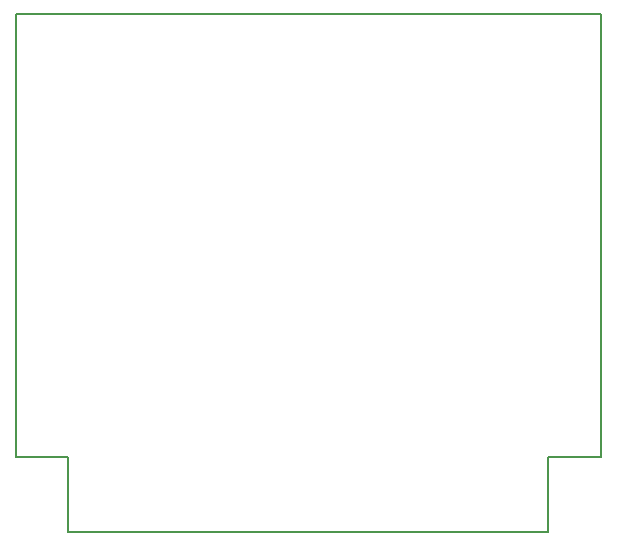
<source format=gm1>
G04 #@! TF.GenerationSoftware,KiCad,Pcbnew,5.0.2-bee76a0~70~ubuntu16.04.1*
G04 #@! TF.CreationDate,2019-03-31T15:05:16-05:00*
G04 #@! TF.ProjectId,Bloop2,426c6f6f-7032-42e6-9b69-6361645f7063,rev?*
G04 #@! TF.SameCoordinates,Original*
G04 #@! TF.FileFunction,Profile,NP*
%FSLAX46Y46*%
G04 Gerber Fmt 4.6, Leading zero omitted, Abs format (unit mm)*
G04 Created by KiCad (PCBNEW 5.0.2-bee76a0~70~ubuntu16.04.1) date Sun 31 Mar 2019 03:05:16 PM CDT*
%MOMM*%
%LPD*%
G01*
G04 APERTURE LIST*
%ADD10C,0.200000*%
G04 APERTURE END LIST*
D10*
X138430000Y-120650000D02*
X133985000Y-120650000D01*
X179070000Y-120650000D02*
X183515000Y-120650000D01*
X183515000Y-83185000D02*
X133985000Y-83185000D01*
X183515000Y-120650000D02*
X183515000Y-83185000D01*
X179070000Y-127000000D02*
X179070000Y-120650000D01*
X138430000Y-127000000D02*
X179070000Y-127000000D01*
X138430000Y-120650000D02*
X138430000Y-127000000D01*
X133985000Y-83185000D02*
X133985000Y-120650000D01*
M02*

</source>
